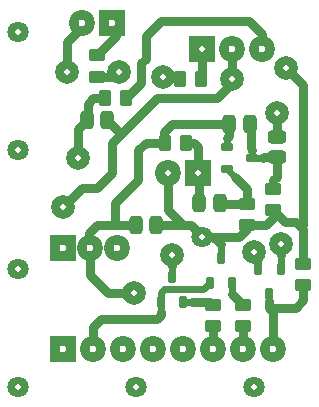
<source format=gbr>
G04 DipTrace 4.0.0.5*
G04 2 - Íèæíèé.gbr*
%MOMM*%
G04 #@! TF.FileFunction,Copper,L2,Bot*
G04 #@! TF.Part,Single*
%AMOUTLINE0*
4,1,28,
-0.155,0.505,
0.155,0.505,
0.19382,0.49989,
0.23,0.4849,
0.26107,0.46107,
0.2849,0.43,
0.29989,0.39382,
0.305,0.355,
0.305,-0.355,
0.29989,-0.39382,
0.2849,-0.43,
0.26107,-0.46107,
0.23,-0.4849,
0.19382,-0.49989,
0.155,-0.505,
-0.155,-0.505,
-0.19382,-0.49989,
-0.23,-0.4849,
-0.26107,-0.46107,
-0.2849,-0.43,
-0.29989,-0.39382,
-0.305,-0.355,
-0.305,0.355,
-0.29989,0.39382,
-0.2849,0.43,
-0.26107,0.46107,
-0.23,0.4849,
-0.19382,0.49989,
-0.155,0.505,
0*%
%AMOUTLINE3*
4,1,28,
0.155,-0.505,
-0.155,-0.505,
-0.19382,-0.49989,
-0.23,-0.4849,
-0.26107,-0.46107,
-0.2849,-0.43,
-0.29989,-0.39382,
-0.305,-0.355,
-0.305,0.355,
-0.29989,0.39382,
-0.2849,0.43,
-0.26107,0.46107,
-0.23,0.4849,
-0.19382,0.49989,
-0.155,0.505,
0.155,0.505,
0.19382,0.49989,
0.23,0.4849,
0.26107,0.46107,
0.2849,0.43,
0.29989,0.39382,
0.305,0.355,
0.305,-0.355,
0.29989,-0.39382,
0.2849,-0.43,
0.26107,-0.46107,
0.23,-0.4849,
0.19382,-0.49989,
0.155,-0.505,
0*%
%AMOUTLINE6*
4,1,28,
0.71,0.24,
0.71,-0.24,
0.70148,-0.3047,
0.67651,-0.365,
0.63678,-0.41678,
0.585,-0.45651,
0.5247,-0.48148,
0.46,-0.49,
-0.46,-0.49,
-0.5247,-0.48148,
-0.585,-0.45651,
-0.63678,-0.41678,
-0.67651,-0.365,
-0.70148,-0.3047,
-0.71,-0.24,
-0.71,0.24,
-0.70148,0.3047,
-0.67651,0.365,
-0.63678,0.41678,
-0.585,0.45651,
-0.5247,0.48148,
-0.46,0.49,
0.46,0.49,
0.5247,0.48148,
0.585,0.45651,
0.63678,0.41678,
0.67651,0.365,
0.70148,0.3047,
0.71,0.24,
0*%
%AMOUTLINE9*
4,1,28,
-0.71,-0.24,
-0.71,0.24,
-0.70148,0.3047,
-0.67651,0.365,
-0.63678,0.41678,
-0.585,0.45651,
-0.5247,0.48148,
-0.46,0.49,
0.46,0.49,
0.5247,0.48148,
0.585,0.45651,
0.63678,0.41678,
0.67651,0.365,
0.70148,0.3047,
0.71,0.24,
0.71,-0.24,
0.70148,-0.3047,
0.67651,-0.365,
0.63678,-0.41678,
0.585,-0.45651,
0.5247,-0.48148,
0.46,-0.49,
-0.46,-0.49,
-0.5247,-0.48148,
-0.585,-0.45651,
-0.63678,-0.41678,
-0.67651,-0.365,
-0.70148,-0.3047,
-0.71,-0.24,
0*%
%AMOUTLINE12*
4,1,28,
-0.24,0.71,
0.24,0.71,
0.3047,0.70148,
0.365,0.67651,
0.41678,0.63678,
0.45651,0.585,
0.48148,0.5247,
0.49,0.46,
0.49,-0.46,
0.48148,-0.5247,
0.45651,-0.585,
0.41678,-0.63678,
0.365,-0.67651,
0.3047,-0.70148,
0.24,-0.71,
-0.24,-0.71,
-0.3047,-0.70148,
-0.365,-0.67651,
-0.41678,-0.63678,
-0.45651,-0.585,
-0.48148,-0.5247,
-0.49,-0.46,
-0.49,0.46,
-0.48148,0.5247,
-0.45651,0.585,
-0.41678,0.63678,
-0.365,0.67651,
-0.3047,0.70148,
-0.24,0.71,
0*%
%AMOUTLINE15*
4,1,28,
0.24,-0.71,
-0.24,-0.71,
-0.3047,-0.70148,
-0.365,-0.67651,
-0.41678,-0.63678,
-0.45651,-0.585,
-0.48148,-0.5247,
-0.49,-0.46,
-0.49,0.46,
-0.48148,0.5247,
-0.45651,0.585,
-0.41678,0.63678,
-0.365,0.67651,
-0.3047,0.70148,
-0.24,0.71,
0.24,0.71,
0.3047,0.70148,
0.365,0.67651,
0.41678,0.63678,
0.45651,0.585,
0.48148,0.5247,
0.49,0.46,
0.49,-0.46,
0.48148,-0.5247,
0.45651,-0.585,
0.41678,-0.63678,
0.365,-0.67651,
0.3047,-0.70148,
0.24,-0.71,
0*%
%AMOUTLINE24*
4,1,28,
0.305,-0.735,
-0.305,-0.735,
-0.3697,-0.72648,
-0.43,-0.70151,
-0.48178,-0.66178,
-0.52151,-0.61,
-0.54648,-0.5497,
-0.555,-0.485,
-0.555,0.485,
-0.54648,0.5497,
-0.52151,0.61,
-0.48178,0.66178,
-0.43,0.70151,
-0.3697,0.72648,
-0.305,0.735,
0.305,0.735,
0.3697,0.72648,
0.43,0.70151,
0.48178,0.66178,
0.52151,0.61,
0.54648,0.5497,
0.555,0.485,
0.555,-0.485,
0.54648,-0.5497,
0.52151,-0.61,
0.48178,-0.66178,
0.43,-0.70151,
0.3697,-0.72648,
0.305,-0.735,
0*%
%AMOUTLINE27*
4,1,28,
-0.305,0.735,
0.305,0.735,
0.3697,0.72648,
0.43,0.70151,
0.48178,0.66178,
0.52151,0.61,
0.54648,0.5497,
0.555,0.485,
0.555,-0.485,
0.54648,-0.5497,
0.52151,-0.61,
0.48178,-0.66178,
0.43,-0.70151,
0.3697,-0.72648,
0.305,-0.735,
-0.305,-0.735,
-0.3697,-0.72648,
-0.43,-0.70151,
-0.48178,-0.66178,
-0.52151,-0.61,
-0.54648,-0.5497,
-0.555,-0.485,
-0.555,0.485,
-0.54648,0.5497,
-0.52151,0.61,
-0.48178,0.66178,
-0.43,0.70151,
-0.3697,0.72648,
-0.305,0.735,
0*%
%AMOUTLINE30*
4,1,28,
0.505,0.155,
0.505,-0.155,
0.49989,-0.19382,
0.4849,-0.23,
0.46107,-0.26107,
0.43,-0.2849,
0.39382,-0.29989,
0.355,-0.305,
-0.355,-0.305,
-0.39382,-0.29989,
-0.43,-0.2849,
-0.46107,-0.26107,
-0.4849,-0.23,
-0.49989,-0.19382,
-0.505,-0.155,
-0.505,0.155,
-0.49989,0.19382,
-0.4849,0.23,
-0.46107,0.26107,
-0.43,0.2849,
-0.39382,0.29989,
-0.355,0.305,
0.355,0.305,
0.39382,0.29989,
0.43,0.2849,
0.46107,0.26107,
0.4849,0.23,
0.49989,0.19382,
0.505,0.155,
0*%
%AMOUTLINE33*
4,1,28,
-0.505,-0.155,
-0.505,0.155,
-0.49989,0.19382,
-0.4849,0.23,
-0.46107,0.26107,
-0.43,0.2849,
-0.39382,0.29989,
-0.355,0.305,
0.355,0.305,
0.39382,0.29989,
0.43,0.2849,
0.46107,0.26107,
0.4849,0.23,
0.49989,0.19382,
0.505,0.155,
0.505,-0.155,
0.49989,-0.19382,
0.4849,-0.23,
0.46107,-0.26107,
0.43,-0.2849,
0.39382,-0.29989,
0.355,-0.305,
-0.355,-0.305,
-0.39382,-0.29989,
-0.43,-0.2849,
-0.46107,-0.26107,
-0.4849,-0.23,
-0.49989,-0.19382,
-0.505,-0.155,
0*%
%AMOUTLINE36*
4,1,28,
0.735,0.305,
0.735,-0.305,
0.72648,-0.3697,
0.70151,-0.43,
0.66178,-0.48178,
0.61,-0.52151,
0.5497,-0.54648,
0.485,-0.555,
-0.485,-0.555,
-0.5497,-0.54648,
-0.61,-0.52151,
-0.66178,-0.48178,
-0.70151,-0.43,
-0.72648,-0.3697,
-0.735,-0.305,
-0.735,0.305,
-0.72648,0.3697,
-0.70151,0.43,
-0.66178,0.48178,
-0.61,0.52151,
-0.5497,0.54648,
-0.485,0.555,
0.485,0.555,
0.5497,0.54648,
0.61,0.52151,
0.66178,0.48178,
0.70151,0.43,
0.72648,0.3697,
0.735,0.305,
0*%
%AMOUTLINE39*
4,1,28,
-0.735,-0.305,
-0.735,0.305,
-0.72648,0.3697,
-0.70151,0.43,
-0.66178,0.48178,
-0.61,0.52151,
-0.5497,0.54648,
-0.485,0.555,
0.485,0.555,
0.5497,0.54648,
0.61,0.52151,
0.66178,0.48178,
0.70151,0.43,
0.72648,0.3697,
0.735,0.305,
0.735,-0.305,
0.72648,-0.3697,
0.70151,-0.43,
0.66178,-0.48178,
0.61,-0.52151,
0.5497,-0.54648,
0.485,-0.555,
-0.485,-0.555,
-0.5497,-0.54648,
-0.61,-0.52151,
-0.66178,-0.48178,
-0.70151,-0.43,
-0.72648,-0.3697,
-0.735,-0.305,
0*%
%ADD15C,0.6*%
%ADD19C,0.48567*%
%ADD21C,0.5*%
G04 #@! TA.AperFunction,Conductor*
%ADD13C,0.8*%
%ADD14C,0.61*%
G04 #@! TA.AperFunction,ComponentPad*
%ADD16C,2.2*%
%ADD17R,2.2X2.2*%
G04 #@! TA.AperFunction,ViaPad*
%ADD18C,2.0*%
%ADD20C,1.8*%
%ADD31OUTLINE0*%
%ADD34OUTLINE3*%
%ADD37OUTLINE6*%
%ADD40OUTLINE9*%
%ADD43OUTLINE12*%
%ADD46OUTLINE15*%
%ADD55OUTLINE24*%
%ADD58OUTLINE27*%
%ADD61OUTLINE30*%
%ADD64OUTLINE33*%
%ADD67OUTLINE36*%
%ADD70OUTLINE39*%
%FSLAX35Y35*%
G04*
G71*
G90*
G75*
G01*
G04 Bottom*
%LPD*%
X2635000Y1317500D2*
D13*
Y1508000D1*
X2698500Y1571500D1*
X3174750D1*
X3206750Y1603500D1*
Y1629500D1*
D14*
Y1720000D1*
D15*
X3206500Y1720250D1*
Y1793750D1*
X3238250Y1825500D1*
X3566250D1*
X3619500Y1878750D1*
X3555750Y2270000D2*
D13*
X3460500Y2365250D1*
X3397000D1*
X3270000Y2492250D1*
Y2809750D1*
X3555750Y2270000D2*
X3873250D1*
X3936750Y2333500D1*
Y2371000D1*
X3942500Y2365250D1*
X4095500D1*
X4159000Y2428750D1*
Y2498000D1*
X4413000Y2042000D2*
Y2333500D1*
X4397343Y2349157D1*
X4349500Y2397000D1*
X4260000D1*
X4159000Y2498000D1*
X3164500Y2365250D2*
X3397000D1*
X3714500Y2089750D2*
D14*
Y2206500D1*
D13*
X3651000Y2270000D1*
X3555750D1*
X3371000Y3603500D2*
X3355127Y3619373D1*
X3222373D1*
X4397343Y2349157D2*
X4413000Y2364813D1*
Y3555873D1*
X4270123Y3698750D1*
X3301750Y1931000D2*
D14*
Y2021500D1*
D13*
Y2111250D1*
X2736000Y3444750D2*
X2635000D1*
X2587373Y3397127D1*
Y3259877D1*
X2581750Y3254250D1*
X2508000Y3180500D1*
Y2936750D1*
X3905000Y1317500D2*
Y1513750D1*
X3651000Y1317500D2*
Y1513750D1*
X4159000Y1317500D2*
Y1635000D1*
X4149500Y1644500D1*
X4127250Y1666750D1*
Y1724750D1*
D14*
Y1783500D1*
X4149500Y1644500D2*
D13*
X4171753Y1666750D1*
X4349500D1*
X4413000Y1730250D1*
Y1863000D1*
X4159000Y2677000D2*
Y2746250D1*
X4190750Y2778000D1*
Y2947000D1*
X3978750Y2936750D2*
D14*
X4069250D1*
D13*
X4079500Y2947000D1*
X4190750D1*
X3978750Y2936750D2*
D14*
Y3007250D1*
D13*
X3968500Y3017500D1*
Y3212250D1*
X3958250Y3222500D1*
X2984250Y1793750D2*
X2762000D1*
X2610000Y1945750D1*
Y2174750D1*
X4222250Y1994500D2*
D14*
Y2116750D1*
D13*
X4222500Y2117000D1*
Y2206500D1*
X3244000Y3063750D2*
X3238250Y3069500D1*
Y3159000D1*
X3301750Y3222500D1*
X3788250D1*
X3767750Y3031750D2*
D14*
Y3102250D1*
D13*
X3788250Y3122750D1*
Y3222500D1*
X2610000Y2174750D2*
X2603250Y2181500D1*
Y2301750D1*
X2666750Y2365250D1*
X2820977D1*
X2994500D1*
X2820977D2*
Y2551227D1*
X3016000Y2746250D1*
Y3000250D1*
X3079500Y3063750D1*
X3244000D1*
X2381000Y2524000D2*
X2539750Y2682750D1*
X2666750D1*
X2793750Y2809750D1*
Y3063750D1*
X2869320Y3139320D1*
X3174750Y3444750D1*
X3682750D1*
X3809750Y3571750D1*
Y3857500D1*
X2751750Y3254250D2*
X2869320Y3139320D1*
X3809750Y3603500D2*
Y3571750D1*
X2412750Y3667000D2*
Y3921000D1*
X2539750Y4048000D1*
Y4079750D1*
X2666750Y3804127D2*
X2831250Y3968627D1*
Y4042250D1*
X2793750Y4079750D1*
X2857250Y3667000D2*
X2825500Y3635250D1*
X2809623D1*
X2799500Y3625127D1*
X2666750D1*
X3423000Y3063750D2*
X3492250D1*
X3524000Y3032000D1*
Y2809750D1*
X3534250Y2799500D1*
Y2555750D1*
X3704250D2*
X3710000Y2550000D1*
X3936750D1*
X3767750Y2841750D2*
D14*
X3831743Y2777757D1*
D13*
X3936750Y2672750D1*
Y2550000D1*
X2915000Y3444750D2*
X3042000Y3571750D1*
Y3740623D1*
X3079500Y3778127D1*
Y3968627D1*
X3206500Y4095627D1*
X3952623D1*
X4063750Y3984500D1*
Y3857500D1*
X3550000Y3603500D2*
X3555750Y3609250D1*
Y3857500D1*
X4032250Y1994500D2*
D14*
Y2085000D1*
D13*
X4000250Y2117000D1*
Y2143000D1*
X4190750Y3117000D2*
Y3317750D1*
X3651000Y1692750D2*
X3623750Y1720000D1*
X3467250D1*
D14*
X3396750D1*
X3905000Y1692750D2*
D13*
X3809500Y1788250D1*
D14*
Y1878750D1*
D18*
X4190750Y3317750D3*
X3301750Y2111250D3*
D20*
X3555750Y2270000D3*
D18*
X4222500Y2206500D3*
X4000250Y2143000D3*
X4270123Y3698750D3*
X2381000Y2524000D3*
X2508000Y2936750D3*
X2412750Y3667000D3*
X2857250D3*
X3809750Y3603500D3*
X3222373Y3619373D3*
X2984250Y1793750D3*
D20*
X2000000Y1000000D3*
X3000000D3*
X2000000Y2000000D3*
Y3000000D3*
X4000000Y1000000D3*
X2000000Y4000000D3*
D16*
X2539750Y4079750D3*
D17*
X2793750D3*
D16*
X3809750Y3857500D3*
D17*
X3555750D3*
D16*
X4063750D3*
D37*
X2666750Y3625127D3*
D40*
Y3804127D3*
D55*
X2581750Y3254250D3*
D58*
X2751750D3*
D16*
X3270000Y2809750D3*
D17*
X3524000D3*
D46*
X3244000Y3063750D3*
D43*
X3423000D3*
D55*
X3534250Y2555750D3*
D58*
X3704250D3*
D61*
X3767750Y2841750D3*
Y3031750D3*
D64*
X3978750Y2936750D3*
D40*
X4159000Y2677000D3*
D37*
Y2498000D3*
D58*
X3164500Y2365250D3*
D55*
X2994500D3*
D17*
X2381000Y2174750D3*
D16*
X2610000D3*
X2839000D3*
D46*
X2736000Y3444750D3*
D43*
X2915000D3*
D46*
X3371000Y3603500D3*
D43*
X3550000D3*
D31*
X3396750Y1720000D3*
X3206750D3*
D34*
X3301750Y1931000D3*
D31*
X3809500Y1878750D3*
X3619500D3*
D34*
X3714500Y2089750D3*
D37*
X3651000Y1513750D3*
D40*
Y1692750D3*
X3905000D3*
D37*
Y1513750D3*
D40*
X3936748Y2550000D3*
D37*
X3936752Y2371000D3*
D58*
X3958250Y3222500D3*
D55*
X3788250D3*
D67*
X4190750Y2947000D3*
D70*
Y3117000D3*
D34*
X4032250Y1994500D3*
X4222250D3*
D31*
X4127250Y1783500D3*
D37*
X4413000Y1863000D3*
D40*
Y2042000D3*
D17*
X2381000Y1317500D3*
D16*
X2635000D3*
X2889000D3*
X3143000D3*
X3397000D3*
X3651000D3*
X3905000D3*
X4159000D3*
G04 Bottom Clear*
%LPC*%
D19*
X4190750Y3317750D3*
X3301750Y2111250D3*
X3555750Y2270000D3*
X4222500Y2206500D3*
X4000250Y2143000D3*
X4270123Y3698750D3*
D21*
X2381000Y2524000D3*
X2508000Y2936750D3*
D19*
X2412750Y3667000D3*
X2857250D3*
X3809750Y3603500D3*
X3222373Y3619373D3*
X2984250Y1793750D3*
X2000000Y1000000D3*
X3000000D3*
X2000000Y2000000D3*
Y3000000D3*
X4000000Y1000000D3*
X2000000Y4000000D3*
D15*
X2539750Y4079750D3*
X2793750D3*
X3809750Y3857500D3*
D21*
X3555750D3*
D15*
X4063750D3*
D21*
X3270000Y2809750D3*
X3524000D3*
D15*
X2381000Y2174750D3*
X2610000D3*
X2839000D3*
X2381000Y1317500D3*
X2635000D3*
X2889000D3*
X3143000D3*
X3397000D3*
X3651000D3*
X3905000D3*
X4159000D3*
M02*

</source>
